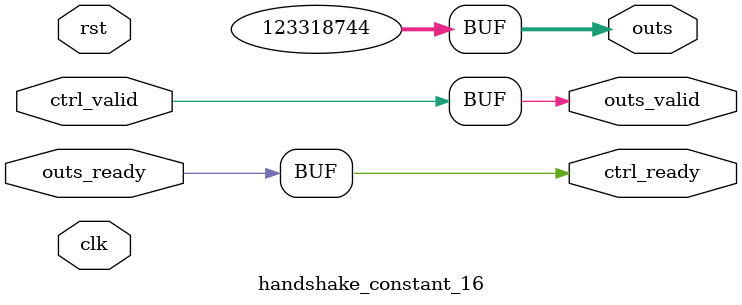
<source format=v>
`timescale 1ns / 1ps
module handshake_constant_16 #(
  parameter DATA_WIDTH = 32  // Default set to 32 bits
) (
  input                       clk,
  input                       rst,
  // Input Channel
  input                       ctrl_valid,
  output                      ctrl_ready,
  // Output Channel
  output [DATA_WIDTH - 1 : 0] outs,
  output                      outs_valid,
  input                       outs_ready
);
  assign outs       = 27'b111010110011011000111011000;
  assign outs_valid = ctrl_valid;
  assign ctrl_ready = outs_ready;

endmodule

</source>
